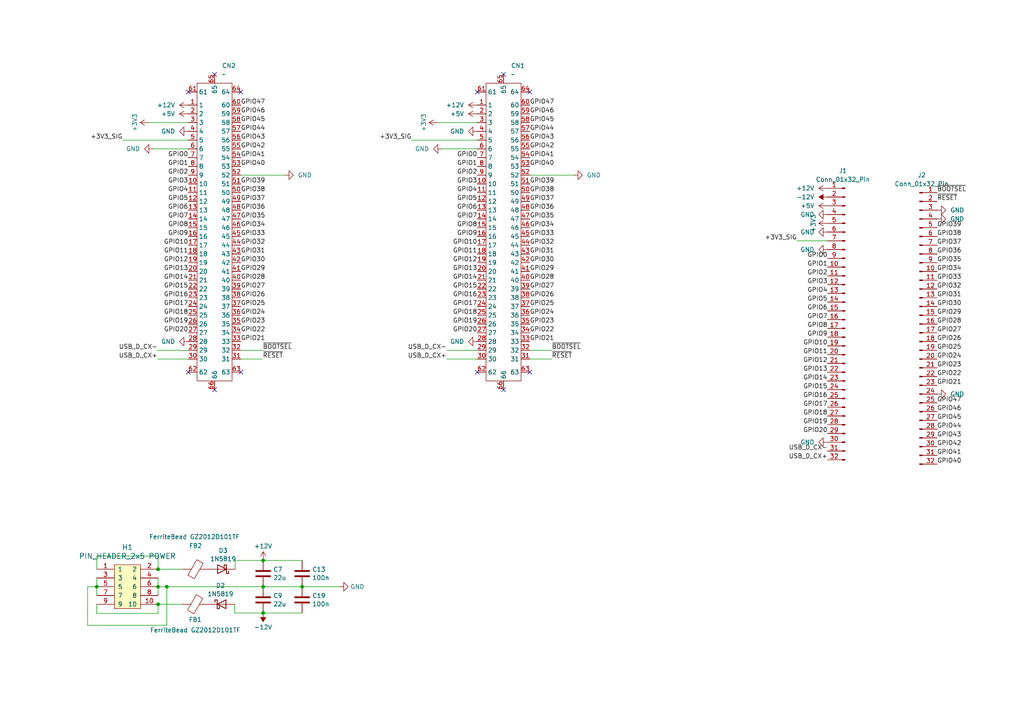
<source format=kicad_sch>
(kicad_sch (version 20250114) (generator "eeschema") (generator_version "9.0")
  (paper "A4")
  (lib_symbols
    (symbol "+5V_1" (power) (pin_numbers (hide yes)) (pin_names (offset 0) (hide yes))
      (property "Value" "+5V" (at 0 3.556 0))
      (symbol "+5V_1_0_1"
        (polyline (pts (xy -0.762 1.27) (xy 0 2.54)))
        (polyline (pts (xy 0 2.54) (xy 0.762 1.27)))
        (polyline (pts (xy 0 0) (xy 0 2.54)))
      )
      (symbol "+5V_1_1_1"
        (pin power_in line (at 0 0 90) (length 0) (name "~") (number "1"))
      )
    )
    (symbol "Connector:Conn_01x32_Pin" (pin_names (offset 1.016) (hide yes))
      (property "Reference" "J" (at 0 40.64 0))
      (property "Value" "Conn_01x32_Pin" (at 0 -43.18 0))
      (symbol "Conn_01x32_Pin_1_1"
        (rectangle (start 0.8636 38.227) (end 0 37.973) (stroke (width 0.1524)) (fill (type outline)))
        (rectangle (start 0.8636 35.687) (end 0 35.433) (stroke (width 0.1524)) (fill (type outline)))
        (rectangle (start 0.8636 33.147) (end 0 32.893) (stroke (width 0.1524)) (fill (type outline)))
        (rectangle (start 0.8636 30.607) (end 0 30.353) (stroke (width 0.1524)) (fill (type outline)))
        (rectangle (start 0.8636 28.067) (end 0 27.813) (stroke (width 0.1524)) (fill (type outline)))
        (rectangle (start 0.8636 25.527) (end 0 25.273) (stroke (width 0.1524)) (fill (type outline)))
        (rectangle (start 0.8636 22.987) (end 0 22.733) (stroke (width 0.1524)) (fill (type outline)))
        (rectangle (start 0.8636 20.447) (end 0 20.193) (stroke (width 0.1524)) (fill (type outline)))
        (rectangle (start 0.8636 17.907) (end 0 17.653) (stroke (width 0.1524)) (fill (type outline)))
        (rectangle (start 0.8636 15.367) (end 0 15.113) (stroke (width 0.1524)) (fill (type outline)))
        (rectangle (start 0.8636 12.827) (end 0 12.573) (stroke (width 0.1524)) (fill (type outline)))
        (rectangle (start 0.8636 10.287) (end 0 10.033) (stroke (width 0.1524)) (fill (type outline)))
        (rectangle (start 0.8636 7.747) (end 0 7.493) (stroke (width 0.1524)) (fill (type outline)))
        (rectangle (start 0.8636 5.207) (end 0 4.953) (stroke (width 0.1524)) (fill (type outline)))
        (rectangle (start 0.8636 2.667) (end 0 2.413) (stroke (width 0.1524)) (fill (type outline)))
        (rectangle (start 0.8636 0.127) (end 0 -0.127) (stroke (width 0.1524)) (fill (type outline)))
        (rectangle (start 0.8636 -2.413) (end 0 -2.667) (stroke (width 0.1524)) (fill (type outline)))
        (rectangle (start 0.8636 -4.953) (end 0 -5.207) (stroke (width 0.1524)) (fill (type outline)))
        (rectangle (start 0.8636 -7.493) (end 0 -7.747) (stroke (width 0.1524)) (fill (type outline)))
        (rectangle (start 0.8636 -10.033) (end 0 -10.287) (stroke (width 0.1524)) (fill (type outline)))
        (rectangle (start 0.8636 -12.573) (end 0 -12.827) (stroke (width 0.1524)) (fill (type outline)))
        (rectangle (start 0.8636 -15.113) (end 0 -15.367) (stroke (width 0.1524)) (fill (type outline)))
        (rectangle (start 0.8636 -17.653) (end 0 -17.907) (stroke (width 0.1524)) (fill (type outline)))
        (rectangle (start 0.8636 -20.193) (end 0 -20.447) (stroke (width 0.1524)) (fill (type outline)))
        (rectangle (start 0.8636 -22.733) (end 0 -22.987) (stroke (width 0.1524)) (fill (type outline)))
        (rectangle (start 0.8636 -25.273) (end 0 -25.527) (stroke (width 0.1524)) (fill (type outline)))
        (rectangle (start 0.8636 -27.813) (end 0 -28.067) (stroke (width 0.1524)) (fill (type outline)))
        (rectangle (start 0.8636 -30.353) (end 0 -30.607) (stroke (width 0.1524)) (fill (type outline)))
        (rectangle (start 0.8636 -32.893) (end 0 -33.147) (stroke (width 0.1524)) (fill (type outline)))
        (rectangle (start 0.8636 -35.433) (end 0 -35.687) (stroke (width 0.1524)) (fill (type outline)))
        (rectangle (start 0.8636 -37.973) (end 0 -38.227) (stroke (width 0.1524)) (fill (type outline)))
        (rectangle (start 0.8636 -40.513) (end 0 -40.767) (stroke (width 0.1524)) (fill (type outline)))
        (polyline (pts (xy 1.27 38.1) (xy 0.8636 38.1)) (stroke (width 0.1524)))
        (polyline (pts (xy 1.27 35.56) (xy 0.8636 35.56)) (stroke (width 0.1524)))
        (polyline (pts (xy 1.27 33.02) (xy 0.8636 33.02)) (stroke (width 0.1524)))
        (polyline (pts (xy 1.27 30.48) (xy 0.8636 30.48)) (stroke (width 0.1524)))
        (polyline (pts (xy 1.27 27.94) (xy 0.8636 27.94)) (stroke (width 0.1524)))
        (polyline (pts (xy 1.27 25.4) (xy 0.8636 25.4)) (stroke (width 0.1524)))
        (polyline (pts (xy 1.27 22.86) (xy 0.8636 22.86)) (stroke (width 0.1524)))
        (polyline (pts (xy 1.27 20.32) (xy 0.8636 20.32)) (stroke (width 0.1524)))
        (polyline (pts (xy 1.27 17.78) (xy 0.8636 17.78)) (stroke (width 0.1524)))
        (polyline (pts (xy 1.27 15.24) (xy 0.8636 15.24)) (stroke (width 0.1524)))
        (polyline (pts (xy 1.27 12.7) (xy 0.8636 12.7)) (stroke (width 0.1524)))
        (polyline (pts (xy 1.27 10.16) (xy 0.8636 10.16)) (stroke (width 0.1524)))
        (polyline (pts (xy 1.27 7.62) (xy 0.8636 7.62)) (stroke (width 0.1524)))
        (polyline (pts (xy 1.27 5.08) (xy 0.8636 5.08)) (stroke (width 0.1524)))
        (polyline (pts (xy 1.27 2.54) (xy 0.8636 2.54)) (stroke (width 0.1524)))
        (polyline (pts (xy 1.27 0) (xy 0.8636 0)) (stroke (width 0.1524)))
        (polyline (pts (xy 1.27 -2.54) (xy 0.8636 -2.54)) (stroke (width 0.1524)))
        (polyline (pts (xy 1.27 -5.08) (xy 0.8636 -5.08)) (stroke (width 0.1524)))
        (polyline (pts (xy 1.27 -7.62) (xy 0.8636 -7.62)) (stroke (width 0.1524)))
        (polyline (pts (xy 1.27 -10.16) (xy 0.8636 -10.16)) (stroke (width 0.1524)))
        (polyline (pts (xy 1.27 -12.7) (xy 0.8636 -12.7)) (stroke (width 0.1524)))
        (polyline (pts (xy 1.27 -15.24) (xy 0.8636 -15.24)) (stroke (width 0.1524)))
        (polyline (pts (xy 1.27 -17.78) (xy 0.8636 -17.78)) (stroke (width 0.1524)))
        (polyline (pts (xy 1.27 -20.32) (xy 0.8636 -20.32)) (stroke (width 0.1524)))
        (polyline (pts (xy 1.27 -22.86) (xy 0.8636 -22.86)) (stroke (width 0.1524)))
        (polyline (pts (xy 1.27 -25.4) (xy 0.8636 -25.4)) (stroke (width 0.1524)))
        (polyline (pts (xy 1.27 -27.94) (xy 0.8636 -27.94)) (stroke (width 0.1524)))
        (polyline (pts (xy 1.27 -30.48) (xy 0.8636 -30.48)) (stroke (width 0.1524)))
        (polyline (pts (xy 1.27 -33.02) (xy 0.8636 -33.02)) (stroke (width 0.1524)))
        (polyline (pts (xy 1.27 -35.56) (xy 0.8636 -35.56)) (stroke (width 0.1524)))
        (polyline (pts (xy 1.27 -38.1) (xy 0.8636 -38.1)) (stroke (width 0.1524)))
        (polyline (pts (xy 1.27 -40.64) (xy 0.8636 -40.64)) (stroke (width 0.1524)))
        (pin passive line (at 5.08 38.1 180) (length 3.81) (name "Pin_1") (number "1"))
        (pin passive line (at 5.08 35.56 180) (length 3.81) (name "Pin_2") (number "2"))
        (pin passive line (at 5.08 33.02 180) (length 3.81) (name "Pin_3") (number "3"))
        (pin passive line (at 5.08 30.48 180) (length 3.81) (name "Pin_4") (number "4"))
        (pin passive line (at 5.08 27.94 180) (length 3.81) (name "Pin_5") (number "5"))
        (pin passive line (at 5.08 25.4 180) (length 3.81) (name "Pin_6") (number "6"))
        (pin passive line (at 5.08 22.86 180) (length 3.81) (name "Pin_7") (number "7"))
        (pin passive line (at 5.08 20.32 180) (length 3.81) (name "Pin_8") (number "8"))
        (pin passive line (at 5.08 17.78 180) (length 3.81) (name "Pin_9") (number "9"))
        (pin passive line (at 5.08 15.24 180) (length 3.81) (name "Pin_10") (number "10"))
        (pin passive line (at 5.08 12.7 180) (length 3.81) (name "Pin_11") (number "11"))
        (pin passive line (at 5.08 10.16 180) (length 3.81) (name "Pin_12") (number "12"))
        (pin passive line (at 5.08 7.62 180) (length 3.81) (name "Pin_13") (number "13"))
        (pin passive line (at 5.08 5.08 180) (length 3.81) (name "Pin_14") (number "14"))
        (pin passive line (at 5.08 2.54 180) (length 3.81) (name "Pin_15") (number "15"))
        (pin passive line (at 5.08 0 180) (length 3.81) (name "Pin_16") (number "16"))
        (pin passive line (at 5.08 -2.54 180) (length 3.81) (name "Pin_17") (number "17"))
        (pin passive line (at 5.08 -5.08 180) (length 3.81) (name "Pin_18") (number "18"))
        (pin passive line (at 5.08 -7.62 180) (length 3.81) (name "Pin_19") (number "19"))
        (pin passive line (at 5.08 -10.16 180) (length 3.81) (name "Pin_20") (number "20"))
        (pin passive line (at 5.08 -12.7 180) (length 3.81) (name "Pin_21") (number "21"))
        (pin passive line (at 5.08 -15.24 180) (length 3.81) (name "Pin_22") (number "22"))
        (pin passive line (at 5.08 -17.78 180) (length 3.81) (name "Pin_23") (number "23"))
        (pin passive line (at 5.08 -20.32 180) (length 3.81) (name "Pin_24") (number "24"))
        (pin passive line (at 5.08 -22.86 180) (length 3.81) (name "Pin_25") (number "25"))
        (pin passive line (at 5.08 -25.4 180) (length 3.81) (name "Pin_26") (number "26"))
        (pin passive line (at 5.08 -27.94 180) (length 3.81) (name "Pin_27") (number "27"))
        (pin passive line (at 5.08 -30.48 180) (length 3.81) (name "Pin_28") (number "28"))
        (pin passive line (at 5.08 -33.02 180) (length 3.81) (name "Pin_29") (number "29"))
        (pin passive line (at 5.08 -35.56 180) (length 3.81) (name "Pin_30") (number "30"))
        (pin passive line (at 5.08 -38.1 180) (length 3.81) (name "Pin_31") (number "31"))
        (pin passive line (at 5.08 -40.64 180) (length 3.81) (name "Pin_32") (number "32"))
      )
    )
    (symbol "Device:C" (pin_numbers (hide yes)) (pin_names (offset 0.254))
      (property "Reference" "C" (at 0.635 2.54 0))
      (property "Value" "C" (at 0.635 -2.54 0))
      (symbol "C_0_1"
        (polyline (pts (xy -2.032 0.762) (xy 2.032 0.762)) (stroke (width 0.508)))
        (polyline (pts (xy -2.032 -0.762) (xy 2.032 -0.762)) (stroke (width 0.508)))
      )
      (symbol "C_1_1"
        (pin passive line (at 0 3.81 270) (length 2.794) (name "~") (number "1"))
        (pin passive line (at 0 -3.81 90) (length 2.794) (name "~") (number "2"))
      )
    )
    (symbol "Device:FerriteBead" (pin_numbers (hide yes)) (pin_names (offset 0))
      (property "Reference" "FB" (at -3.81 0.635 90))
      (property "Value" "FerriteBead" (at 3.81 0 90))
      (symbol "FerriteBead_0_1"
        (polyline (pts (xy -2.7686 0.4064) (xy -1.7018 2.2606) (xy 2.7686 -0.3048) (xy 1.6764 -2.159) (xy -2.7686 0.4064)))
        (polyline (pts (xy 0 1.27) (xy 0 1.2954)))
        (polyline (pts (xy 0 -1.27) (xy 0 -1.2192)))
      )
      (symbol "FerriteBead_1_1"
        (pin passive line (at 0 3.81 270) (length 2.54) (name "~") (number "1"))
        (pin passive line (at 0 -3.81 90) (length 2.54) (name "~") (number "2"))
      )
    )
    (symbol "Diode:1N5818" (pin_numbers (hide yes)) (pin_names (offset 1.016) (hide yes))
      (property "Reference" "D" (at 0 2.54 0))
      (property "Value" "1N5818" (at 0 -2.54 0))
      (symbol "1N5818_0_1"
        (polyline (pts (xy -1.905 0.635) (xy -1.905 1.27) (xy -1.27 1.27) (xy -1.27 -1.27) (xy -0.635 -1.27) (xy -0.635 -0.635)) (stroke (width 0.254)))
        (polyline (pts (xy 1.27 1.27) (xy 1.27 -1.27) (xy -1.27 0) (xy 1.27 1.27)) (stroke (width 0.254)))
        (polyline (pts (xy 1.27 0) (xy -1.27 0)))
      )
      (symbol "1N5818_1_1"
        (pin passive line (at -3.81 0 0) (length 2.54) (name "K") (number "1"))
        (pin passive line (at 3.81 0 180) (length 2.54) (name "A") (number "2"))
      )
    )
    (symbol "GND_1" (power) (pin_numbers (hide yes)) (pin_names (offset 0) (hide yes))
      (property "Value" "GND" (at 0 -3.81 0))
      (symbol "GND_1_0_1"
        (polyline (pts (xy 0 0) (xy 0 -1.27) (xy 1.27 -1.27) (xy 0 -2.54) (xy -1.27 -1.27) (xy 0 -1.27)))
      )
      (symbol "GND_1_1_1"
        (pin power_in line (at 0 0 270) (length 0) (name "~") (number "1"))
      )
    )
    (symbol "GND_10" (power) (pin_numbers (hide yes)) (pin_names (offset 0) (hide yes))
      (property "Value" "GND" (at 0 -3.81 0))
      (symbol "GND_10_0_1"
        (polyline (pts (xy 0 0) (xy 0 -1.27) (xy 1.27 -1.27) (xy 0 -2.54) (xy -1.27 -1.27) (xy 0 -1.27)))
      )
      (symbol "GND_10_1_1"
        (pin power_in line (at 0 0 270) (length 0) (name "~") (number "1"))
      )
    )
    (symbol "GND_2" (power) (pin_numbers (hide yes)) (pin_names (offset 0) (hide yes))
      (property "Value" "GND" (at 0 -3.81 0))
      (symbol "GND_2_0_1"
        (polyline (pts (xy 0 0) (xy 0 -1.27) (xy 1.27 -1.27) (xy 0 -2.54) (xy -1.27 -1.27) (xy 0 -1.27)))
      )
      (symbol "GND_2_1_1"
        (pin power_in line (at 0 0 270) (length 0) (name "~") (number "1"))
      )
    )
    (symbol "GND_5" (power) (pin_numbers (hide yes)) (pin_names (offset 0) (hide yes))
      (property "Value" "GND" (at 0 -3.81 0))
      (symbol "GND_5_0_1"
        (polyline (pts (xy 0 0) (xy 0 -1.27) (xy 1.27 -1.27) (xy 0 -2.54) (xy -1.27 -1.27) (xy 0 -1.27)))
      )
      (symbol "GND_5_1_1"
        (pin power_in line (at 0 0 270) (length 0) (name "~") (number "1"))
      )
    )
    (symbol "emutelab:HC-PBB23L-60DS-0.5V-G2-01"
      (property "Reference" "CN" (at 0 0 0))
      (symbol "HC-PBB23L-60DS-0.5V-G2-01_1_0"
        (rectangle (start -5.08 43.18) (end 5.08 -43.18))
        (pin unspecified line (at -7.62 40.64 0) (length 2.54) (name "61") (number "61"))
        (pin unspecified line (at -7.62 36.83 0) (length 2.54) (name "1") (number "1"))
        (pin unspecified line (at -7.62 34.29 0) (length 2.54) (name "2") (number "2"))
        (pin unspecified line (at -7.62 31.75 0) (length 2.54) (name "3") (number "3"))
        (pin unspecified line (at -7.62 29.21 0) (length 2.54) (name "4") (number "4"))
        (pin unspecified line (at -7.62 26.67 0) (length 2.54) (name "5") (number "5"))
        (pin unspecified line (at -7.62 24.13 0) (length 2.54) (name "6") (number "6"))
        (pin unspecified line (at -7.62 21.59 0) (length 2.54) (name "7") (number "7"))
        (pin unspecified line (at -7.62 19.05 0) (length 2.54) (name "8") (number "8"))
        (pin unspecified line (at -7.62 16.51 0) (length 2.54) (name "9") (number "9"))
        (pin unspecified line (at -7.62 13.97 0) (length 2.54) (name "10") (number "10"))
        (pin unspecified line (at -7.62 11.43 0) (length 2.54) (name "11") (number "11"))
        (pin unspecified line (at -7.62 8.89 0) (length 2.54) (name "12") (number "12"))
        (pin unspecified line (at -7.62 6.35 0) (length 2.54) (name "13") (number "13"))
        (pin unspecified line (at -7.62 3.81 0) (length 2.54) (name "14") (number "14"))
        (pin unspecified line (at -7.62 1.27 0) (length 2.54) (name "15") (number "15"))
        (pin unspecified line (at -7.62 -1.27 0) (length 2.54) (name "16") (number "16"))
        (pin unspecified line (at -7.62 -3.81 0) (length 2.54) (name "17") (number "17"))
        (pin unspecified line (at -7.62 -6.35 0) (length 2.54) (name "18") (number "18"))
        (pin unspecified line (at -7.62 -8.89 0) (length 2.54) (name "19") (number "19"))
        (pin unspecified line (at -7.62 -11.43 0) (length 2.54) (name "20") (number "20"))
        (pin unspecified line (at -7.62 -13.97 0) (length 2.54) (name "21") (number "21"))
        (pin unspecified line (at -7.62 -16.51 0) (length 2.54) (name "22") (number "22"))
        (pin unspecified line (at -7.62 -19.05 0) (length 2.54) (name "23") (number "23"))
        (pin unspecified line (at -7.62 -21.59 0) (length 2.54) (name "24") (number "24"))
        (pin unspecified line (at -7.62 -24.13 0) (length 2.54) (name "25") (number "25"))
        (pin unspecified line (at -7.62 -26.67 0) (length 2.54) (name "26") (number "26"))
        (pin unspecified line (at -7.62 -29.21 0) (length 2.54) (name "27") (number "27"))
        (pin unspecified line (at -7.62 -31.75 0) (length 2.54) (name "28") (number "28"))
        (pin unspecified line (at -7.62 -34.29 0) (length 2.54) (name "29") (number "29"))
        (pin unspecified line (at -7.62 -36.83 0) (length 2.54) (name "30") (number "30"))
        (pin unspecified line (at -7.62 -40.64 0) (length 2.54) (name "62") (number "62"))
        (pin unspecified line (at 0 45.72 270) (length 2.54) (name "65") (number "65"))
        (pin unspecified line (at 0 -45.72 90) (length 2.54) (name "66") (number "66"))
        (pin unspecified line (at 7.62 40.64 180) (length 2.54) (name "64") (number "64"))
        (pin unspecified line (at 7.62 36.83 180) (length 2.54) (name "60") (number "60"))
        (pin unspecified line (at 7.62 34.29 180) (length 2.54) (name "59") (number "59"))
        (pin unspecified line (at 7.62 31.75 180) (length 2.54) (name "58") (number "58"))
        (pin unspecified line (at 7.62 29.21 180) (length 2.54) (name "57") (number "57"))
        (pin unspecified line (at 7.62 26.67 180) (length 2.54) (name "56") (number "56"))
        (pin unspecified line (at 7.62 24.13 180) (length 2.54) (name "55") (number "55"))
        (pin unspecified line (at 7.62 21.59 180) (length 2.54) (name "54") (number "54"))
        (pin unspecified line (at 7.62 19.05 180) (length 2.54) (name "53") (number "53"))
        (pin unspecified line (at 7.62 16.51 180) (length 2.54) (name "52") (number "52"))
        (pin unspecified line (at 7.62 13.97 180) (length 2.54) (name "51") (number "51"))
        (pin unspecified line (at 7.62 11.43 180) (length 2.54) (name "50") (number "50"))
        (pin unspecified line (at 7.62 8.89 180) (length 2.54) (name "49") (number "49"))
        (pin unspecified line (at 7.62 6.35 180) (length 2.54) (name "48") (number "48"))
        (pin unspecified line (at 7.62 3.81 180) (length 2.54) (name "47") (number "47"))
        (pin unspecified line (at 7.62 1.27 180) (length 2.54) (name "46") (number "46"))
        (pin unspecified line (at 7.62 -1.27 180) (length 2.54) (name "45") (number "45"))
        (pin unspecified line (at 7.62 -3.81 180) (length 2.54) (name "44") (number "44"))
        (pin unspecified line (at 7.62 -6.35 180) (length 2.54) (name "43") (number "43"))
        (pin unspecified line (at 7.62 -8.89 180) (length 2.54) (name "42") (number "42"))
        (pin unspecified line (at 7.62 -11.43 180) (length 2.54) (name "41") (number "41"))
        (pin unspecified line (at 7.62 -13.97 180) (length 2.54) (name "40") (number "40"))
        (pin unspecified line (at 7.62 -16.51 180) (length 2.54) (name "39") (number "39"))
        (pin unspecified line (at 7.62 -19.05 180) (length 2.54) (name "38") (number "38"))
        (pin unspecified line (at 7.62 -21.59 180) (length 2.54) (name "37") (number "37"))
        (pin unspecified line (at 7.62 -24.13 180) (length 2.54) (name "36") (number "36"))
        (pin unspecified line (at 7.62 -26.67 180) (length 2.54) (name "35") (number "35"))
        (pin unspecified line (at 7.62 -29.21 180) (length 2.54) (name "34") (number "34"))
        (pin unspecified line (at 7.62 -31.75 180) (length 2.54) (name "33") (number "33"))
        (pin unspecified line (at 7.62 -34.29 180) (length 2.54) (name "32") (number "32"))
        (pin unspecified line (at 7.62 -36.83 180) (length 2.54) (name "31") (number "31"))
        (pin unspecified line (at 7.62 -40.64 180) (length 2.54) (name "63") (number "63"))
      )
    )
    (symbol "eurocad:PIN_HEADER_2x5" (pin_names (offset 1.016))
      (property "Reference" "H" (at 0 -7.62 0))
      (property "Value" "PIN_HEADER_2x5" (at 0 7.62 0))
      (symbol "PIN_HEADER_2x5_0_1"
        (rectangle (start -3.81 6.35) (end 3.81 -6.35) (fill (type background)))
      )
      (symbol "PIN_HEADER_2x5_1_1"
        (pin bidirectional line (at -8.89 5.08 0) (length 5.08) (name "1") (number "1"))
        (pin bidirectional line (at -8.89 2.54 0) (length 5.08) (name "3") (number "3"))
        (pin bidirectional line (at -8.89 0 0) (length 5.08) (name "5") (number "5"))
        (pin bidirectional line (at -8.89 -2.54 0) (length 5.08) (name "7") (number "7"))
        (pin bidirectional line (at -8.89 -5.08 0) (length 5.08) (name "9") (number "9"))
        (pin bidirectional line (at 8.89 5.08 180) (length 5.08) (name "2") (number "2"))
        (pin bidirectional line (at 8.89 2.54 180) (length 5.08) (name "4") (number "4"))
        (pin bidirectional line (at 8.89 0 180) (length 5.08) (name "6") (number "6"))
        (pin bidirectional line (at 8.89 -2.54 180) (length 5.08) (name "8") (number "8"))
        (pin bidirectional line (at 8.89 -5.08 180) (length 5.08) (name "10") (number "10"))
      )
    )
    (symbol "power:+12V" (power) (pin_numbers (hide yes)) (pin_names (offset 0) (hide yes))
      (property "Value" "+12V" (at 0 3.556 0))
      (symbol "+12V_0_1"
        (polyline (pts (xy -0.762 1.27) (xy 0 2.54)))
        (polyline (pts (xy 0 2.54) (xy 0.762 1.27)))
        (polyline (pts (xy 0 0) (xy 0 2.54)))
      )
      (symbol "+12V_1_1"
        (pin power_in line (at 0 0 90) (length 0) (name "~") (number "1"))
      )
    )
    (symbol "power:+3V3" (power) (pin_names (offset 0))
      (property "Value" "+3V3" (at 0 3.556 0))
      (symbol "+3V3_0_1"
        (polyline (pts (xy -0.762 1.27) (xy 0 2.54)))
        (polyline (pts (xy 0 2.54) (xy 0.762 1.27)))
        (polyline (pts (xy 0 0) (xy 0 2.54)))
      )
      (symbol "+3V3_1_1"
        (pin power_in line (at 0 0 90) (length 0) (hide yes) (name "+3V3") (number "1"))
      )
    )
    (symbol "power:-12V" (power) (pin_numbers (hide yes)) (pin_names (offset 0) (hide yes))
      (property "Value" "-12V" (at 0 3.556 0))
      (symbol "-12V_0_0"
        (pin power_in line (at 0 0 90) (length 0) (name "~") (number "1"))
      )
      (symbol "-12V_0_1"
        (polyline (pts (xy 0 0) (xy 0 1.27) (xy 0.762 1.27) (xy 0 2.54) (xy -0.762 1.27) (xy 0 1.27)) (fill (type outline)))
      )
    )
    (symbol "power:GND" (power) (pin_names (offset 0))
      (property "Value" "GND" (at 0 -3.81 0))
      (symbol "GND_0_1"
        (polyline (pts (xy 0 0) (xy 0 -1.27) (xy 1.27 -1.27) (xy 0 -2.54) (xy -1.27 -1.27) (xy 0 -1.27)))
      )
      (symbol "GND_1_1"
        (pin power_in line (at 0 0 270) (length 0) (hide yes) (name "GND") (number "1"))
      )
    )
  )
  (junction (at 87.63 170.18))
  (junction (at 45.847 170.18))
  (junction (at 45.847 175.26))
  (junction (at 76.327 177.8))
  (junction (at 48.387 170.18))
  (junction (at 45.847 165.1))
  (junction (at 76.327 162.56))
  (junction (at 76.327 170.18))
  (junction (at 28.067 170.18))
  (no_connect (at 62.23 113.03))
  (no_connect (at 146.05 113.03))
  (no_connect (at 69.85 107.95))
  (no_connect (at 138.43 26.67))
  (no_connect (at 54.61 107.95))
  (no_connect (at 153.67 26.67))
  (no_connect (at 62.23 21.59))
  (no_connect (at 146.05 21.59))
  (no_connect (at 69.85 26.67))
  (no_connect (at 54.61 26.67))
  (no_connect (at 153.67 107.95))
  (no_connect (at 138.43 107.95))
  (wire (pts (xy 45.847 165.1) (xy 52.959 165.1)))
  (wire (pts (xy 76.2 104.14) (xy 69.85 104.14)))
  (wire (pts (xy 231.14 69.85) (xy 240.03 69.85)))
  (wire (pts (xy 25.4 181.356) (xy 48.387 181.356)))
  (wire (pts (xy 45.72 104.14) (xy 54.61 104.14)))
  (wire (pts (xy 76.327 162.56) (xy 87.63 162.56)))
  (wire (pts (xy 45.847 170.18) (xy 48.387 170.18)))
  (wire (pts (xy 119.38 40.64) (xy 138.43 40.64)))
  (wire (pts (xy 48.387 170.18) (xy 76.327 170.18)))
  (wire (pts (xy 35.56 40.64) (xy 54.61 40.64)))
  (wire (pts (xy 44.45 43.18) (xy 54.61 43.18)))
  (wire (pts (xy 76.327 177.8) (xy 87.63 177.8)))
  (wire (pts (xy 82.55 50.8) (xy 69.85 50.8)))
  (wire (pts (xy 45.847 167.64) (xy 45.847 170.18)))
  (wire (pts (xy 68.072 177.8) (xy 76.327 177.8)))
  (wire (pts (xy 25.4 170.18) (xy 25.4 181.356)))
  (wire (pts (xy 166.37 50.8) (xy 153.67 50.8)))
  (wire (pts (xy 127 35.56) (xy 138.43 35.56)))
  (wire (pts (xy 87.63 170.18) (xy 98.425 170.18)))
  (wire (pts (xy 129.54 104.14) (xy 138.43 104.14)))
  (wire (pts (xy 76.327 170.18) (xy 87.63 170.18)))
  (wire (pts (xy 28.067 165.1) (xy 28.067 161.29)))
  (wire (pts (xy 160.02 104.14) (xy 153.67 104.14)))
  (wire (pts (xy 28.067 170.18) (xy 25.4 170.18)))
  (wire (pts (xy 76.2 101.6) (xy 69.85 101.6)))
  (wire (pts (xy 68.199 162.56) (xy 76.327 162.56)))
  (wire (pts (xy 160.02 101.6) (xy 153.67 101.6)))
  (wire (pts (xy 129.54 101.6) (xy 138.43 101.6)))
  (wire (pts (xy 68.199 165.1) (xy 68.199 162.56)))
  (wire (pts (xy 28.067 175.26) (xy 28.067 177.927)))
  (wire (pts (xy 68.072 175.26) (xy 68.072 177.8)))
  (wire (pts (xy 45.847 177.927) (xy 45.847 175.26)))
  (wire (pts (xy 48.387 181.356) (xy 48.387 170.18)))
  (wire (pts (xy 45.72 101.6) (xy 54.61 101.6)))
  (wire (pts (xy 28.067 167.64) (xy 28.067 170.18)))
  (wire (pts (xy 45.847 175.26) (xy 52.832 175.26)))
  (wire (pts (xy 43.18 35.56) (xy 54.61 35.56)))
  (wire (pts (xy 28.067 161.29) (xy 45.847 161.29)))
  (wire (pts (xy 28.067 177.927) (xy 45.847 177.927)))
  (wire (pts (xy 45.847 161.29) (xy 45.847 165.1)))
  (wire (pts (xy 128.27 43.18) (xy 138.43 43.18)))
  (wire (pts (xy 28.067 170.18) (xy 28.067 172.72)))
  (wire (pts (xy 45.847 170.18) (xy 45.847 172.72)))
  (label "GPIO30" (at 271.78 88.9 0))
  (label "+3V3_SIG" (at 119.38 40.64 180))
  (label "~{BOOTSEL}" (at 271.78 55.88 0))
  (label "GPIO18" (at 240.03 120.65 180))
  (label "GPIO39" (at 69.85 53.34 0))
  (label "GPIO34" (at 271.78 78.74 0))
  (label "GPIO27" (at 271.78 96.52 0))
  (label "GPIO34" (at 69.85 66.04 0))
  (label "GPIO45" (at 153.67 35.56 0))
  (label "GPIO43" (at 153.67 40.64 0))
  (label "GPIO13" (at 138.43 78.74 180))
  (label "GPIO26" (at 153.67 86.36 0))
  (label "GPIO21" (at 271.78 111.76 0))
  (label "GPIO19" (at 240.03 123.19 180))
  (label "GPIO22" (at 153.67 96.52 0))
  (label "~{RESET}" (at 160.02 104.14 0))
  (label "~{BOOTSEL}" (at 76.2 101.6 0))
  (label "GPIO17" (at 54.61 88.9 180))
  (label "GPIO26" (at 69.85 86.36 0))
  (label "GPIO22" (at 69.85 96.52 0))
  (label "GPIO47" (at 271.78 116.84 0))
  (label "GPIO27" (at 69.85 83.82 0))
  (label "GPIO10" (at 240.03 100.33 180))
  (label "GPIO2" (at 240.03 80.01 180))
  (label "GPIO1" (at 240.03 77.47 180))
  (label "GPIO46" (at 153.67 33.02 0))
  (label "GPIO37" (at 271.78 71.12 0))
  (label "GPIO8" (at 138.43 66.04 180))
  (label "GPIO24" (at 271.78 104.14 0))
  (label "GPIO37" (at 153.67 58.42 0))
  (label "GPIO11" (at 54.61 73.66 180))
  (label "GPIO37" (at 69.85 58.42 0))
  (label "GPIO20" (at 54.61 96.52 180))
  (label "GPIO17" (at 138.43 88.9 180))
  (label "GPIO43" (at 69.85 40.64 0))
  (label "GPIO10" (at 138.43 71.12 180))
  (label "GPIO2" (at 138.43 50.8 180))
  (label "GPIO23" (at 69.85 93.98 0))
  (label "USB_D_CX+" (at 45.72 104.14 180))
  (label "~{RESET}" (at 76.2 104.14 0))
  (label "USB_D_CX-" (at 45.72 101.6 180))
  (label "GPIO16" (at 240.03 115.57 180))
  (label "GPIO25" (at 153.67 88.9 0))
  (label "GPIO29" (at 153.67 78.74 0))
  (label "+3V3_SIG" (at 231.14 69.85 180))
  (label "GPIO29" (at 69.85 78.74 0))
  (label "GPIO1" (at 138.43 48.26 180))
  (label "GPIO4" (at 54.61 55.88 180))
  (label "GPIO33" (at 69.85 68.58 0))
  (label "GPIO17" (at 240.03 118.11 180))
  (label "GPIO3" (at 138.43 53.34 180))
  (label "GPIO40" (at 69.85 48.26 0))
  (label "GPIO23" (at 153.67 93.98 0))
  (label "GPIO0" (at 240.03 74.93 180))
  (label "GPIO21" (at 153.67 99.06 0))
  (label "GPIO46" (at 69.85 33.02 0))
  (label "GPIO43" (at 271.78 127 0))
  (label "GPIO7" (at 240.03 92.71 180))
  (label "GPIO42" (at 271.78 129.54 0))
  (label "USB_D_CX-" (at 129.54 101.6 180))
  (label "GPIO28" (at 69.85 81.28 0))
  (label "GPIO47" (at 69.85 30.48 0))
  (label "GPIO9" (at 138.43 68.58 180))
  (label "GPIO36" (at 271.78 73.66 0))
  (label "GPIO14" (at 54.61 81.28 180))
  (label "GPIO21" (at 69.85 99.06 0))
  (label "GPIO11" (at 138.43 73.66 180))
  (label "GPIO3" (at 54.61 53.34 180))
  (label "GPIO44" (at 153.67 38.1 0))
  (label "GPIO12" (at 240.03 105.41 180))
  (label "GPIO40" (at 153.67 48.26 0))
  (label "GPIO16" (at 138.43 86.36 180))
  (label "GPIO13" (at 54.61 78.74 180))
  (label "GPIO5" (at 240.03 87.63 180))
  (label "GPIO23" (at 271.78 106.68 0))
  (label "GPIO41" (at 69.85 45.72 0))
  (label "GPIO40" (at 271.78 134.62 0))
  (label "GPIO46" (at 271.78 119.38 0))
  (label "GPIO15" (at 138.43 83.82 180))
  (label "USB_D_CX+" (at 129.54 104.14 180))
  (label "GPIO3" (at 240.03 82.55 180))
  (label "GPIO31" (at 153.67 73.66 0))
  (label "GPIO44" (at 69.85 38.1 0))
  (label "GPIO6" (at 138.43 60.96 180))
  (label "GPIO4" (at 138.43 55.88 180))
  (label "GPIO22" (at 271.78 109.22 0))
  (label "GPIO14" (at 240.03 110.49 180))
  (label "GPIO28" (at 271.78 93.98 0))
  (label "GPIO0" (at 138.43 45.72 180))
  (label "GPIO30" (at 69.85 76.2 0))
  (label "GPIO9" (at 240.03 97.79 180))
  (label "GPIO19" (at 54.61 93.98 180))
  (label "GPIO39" (at 153.67 53.34 0))
  (label "GPIO18" (at 138.43 91.44 180))
  (label "GPIO18" (at 54.61 91.44 180))
  (label "GPIO35" (at 69.85 63.5 0))
  (label "GPIO44" (at 271.78 124.46 0))
  (label "GPIO8" (at 54.61 66.04 180))
  (label "GPIO24" (at 69.85 91.44 0))
  (label "+3V3_SIG" (at 35.56 40.64 180))
  (label "GPIO19" (at 138.43 93.98 180))
  (label "GPIO38" (at 69.85 55.88 0))
  (label "GPIO6" (at 54.61 60.96 180))
  (label "GPIO11" (at 240.03 102.87 180))
  (label "GPIO41" (at 271.78 132.08 0))
  (label "GPIO4" (at 240.03 85.09 180))
  (label "GPIO28" (at 153.67 81.28 0))
  (label "GPIO5" (at 54.61 58.42 180))
  (label "GPIO2" (at 54.61 50.8 180))
  (label "GPIO42" (at 153.67 43.18 0))
  (label "GPIO35" (at 153.67 63.5 0))
  (label "GPIO16" (at 54.61 86.36 180))
  (label "GPIO38" (at 271.78 68.58 0))
  (label "GPIO45" (at 271.78 121.92 0))
  (label "GPIO10" (at 54.61 71.12 180))
  (label "GPIO7" (at 54.61 63.5 180))
  (label "GPIO12" (at 54.61 76.2 180))
  (label "GPIO34" (at 153.67 66.04 0))
  (label "GPIO33" (at 271.78 81.28 0))
  (label "GPIO45" (at 69.85 35.56 0))
  (label "GPIO15" (at 240.03 113.03 180))
  (label "GPIO41" (at 153.67 45.72 0))
  (label "GPIO14" (at 138.43 81.28 180))
  (label "~{BOOTSEL}" (at 160.02 101.6 0))
  (label "GPIO26" (at 271.78 99.06 0))
  (label "GPIO39" (at 271.78 66.04 0))
  (label "GPIO5" (at 138.43 58.42 180))
  (label "GPIO13" (at 240.03 107.95 180))
  (label "GPIO1" (at 54.61 48.26 180))
  (label "GPIO32" (at 271.78 83.82 0))
  (label "GPIO20" (at 138.43 96.52 180))
  (label "GPIO33" (at 153.67 68.58 0))
  (label "GPIO25" (at 271.78 101.6 0))
  (label "GPIO36" (at 69.85 60.96 0))
  (label "GPIO42" (at 69.85 43.18 0))
  (label "GPIO29" (at 271.78 91.44 0))
  (label "GPIO6" (at 240.03 90.17 180))
  (label "GPIO8" (at 240.03 95.25 180))
  (label "GPIO15" (at 54.61 83.82 180))
  (label "GPIO24" (at 153.67 91.44 0))
  (label "GPIO38" (at 153.67 55.88 0))
  (label "GPIO27" (at 153.67 83.82 0))
  (label "GPIO35" (at 271.78 76.2 0))
  (label "GPIO7" (at 138.43 63.5 180))
  (label "GPIO0" (at 54.61 45.72 180))
  (label "GPIO25" (at 69.85 88.9 0))
  (label "USB_D_CX-" (at 240.03 130.81 180))
  (label "GPIO12" (at 138.43 76.2 180))
  (label "GPIO31" (at 271.78 86.36 0))
  (label "GPIO47" (at 153.67 30.48 0))
  (label "GPIO9" (at 54.61 68.58 180))
  (label "GPIO20" (at 240.03 125.73 180))
  (label "GPIO31" (at 69.85 73.66 0))
  (label "USB_D_CX+" (at 240.03 133.35 180))
  (label "GPIO36" (at 153.67 60.96 0))
  (label "~{RESET}" (at 271.78 58.42 0))
  (label "GPIO30" (at 153.67 76.2 0))
  (label "GPIO32" (at 69.85 71.12 0))
  (label "GPIO32" (at 153.67 71.12 0))
  (symbol (lib_id "Device:FerriteBead") (at 56.769 165.1 90) (unit 1)
    (property "Reference" "FB2" (at 56.7182 158.3141 90))
    (property "Value" "FerriteBead GZ2012D101TF" (at 56.388 155.702 90))
    (property "Footprint" "Resistor_SMD:R_0805_2012Metric" (effects (hide yes)))
    (property "JLC" "C1017" (effects (hide yes)))
  )
  (symbol (lib_id "power:-12V") (at 240.03 57.15 90) (unit 1)
    (property "Reference" "#PWR021" (effects (hide yes)))
    (property "Value" "-12V" (at 236.22 57.1499 90) (effects (justify left)))
  )
  (symbol (lib_id "Diode:1N5818") (at 64.262 175.26 0) (unit 1)
    (property "Reference" "D2" (at 63.9445 169.8457 0))
    (property "Value" "1N5819" (at 63.9445 172.2699 0))
    (property "Footprint" "Diode_SMD:D_SOD-323" (effects (hide yes)))
    (property "Datasheet" "http://www.vishay.com/docs/88525/1n5817.pdf" (effects (hide yes)))
    (property "JLC" "C191023" (effects (hide yes)))
  )
  (symbol (lib_id "emutelab:HC-PBB23L-60DS-0.5V-G2-01") (at 146.05 67.31 0) (unit 1)
    (property "Reference" "CN1" (at 148.1933 19.05 0) (effects (justify left)))
    (property "Value" "~" (at 148.1933 21.59 0) (effects (justify left)))
    (property "Footprint" "emutelab:CONN-SMD_60P-P0.50_HCTL_HC-PBB23L-60DS-0.5V-G2-01" (effects (hide yes)))
    (property "Datasheet" "https://item.szlcsc.com/datasheet/HC-PBB23L-60DS-0.5V-G2-01/23960820.html" (effects (hide yes)))
    (property "Description" "Number of Pins:60P Pitch:0.5mm Connection Type:Slot docking Mounting Type:Vertical welding Number of Rows:2 Current Rating:500mA Voltage Rating:- Supplementary Features:Floating structure；Pole System Fit Height:10mm；8mm Contact Material:Phosphor Bronze Co" (effects (hide yes)))
    (property "Manufacturer Part" "HC-PBB23L-60DS-0.5V-G2-01" (effects (hide yes)))
    (property "Manufacturer" "HCTL(华灿天禄)" (effects (hide yes)))
    (property "JLC" "C22390096" (effects (hide yes)))
    (property "Supplier" "LCSC" (effects (hide yes)))
    (property "LCSC Part Name" "PIN:60P 间距:0.5mm 立贴" (effects (hide yes)))
  )
  (symbol (lib_name "GND_10") (lib_id "power:GND") (at 271.78 60.96 90) (unit 1)
    (property "Reference" "#PWR023" (effects (hide yes)))
    (property "Value" "GND" (at 275.59 60.9601 90) (effects (justify right)))
    (property "Description" "Power symbol creates a global label with name \"GND\" , ground" (effects (hide yes)))
  )
  (symbol (lib_name "GND_5") (lib_id "power:GND") (at 54.61 99.06 270) (unit 1)
    (property "Reference" "#PWR06" (effects (hide yes)))
    (property "Value" "GND" (at 50.8 99.0599 90) (effects (justify right)))
    (property "Description" "Power symbol creates a global label with name \"GND\" , ground" (effects (hide yes)))
  )
  (symbol (lib_name "GND_1") (lib_id "power:GND") (at 271.78 114.3 90) (unit 1)
    (property "Reference" "#PWR08" (effects (hide yes)))
    (property "Value" "GND" (at 275.59 114.2999 90) (effects (justify right)))
    (property "Description" "Power symbol creates a global label with name \"GND\" , ground" (effects (hide yes)))
  )
  (symbol (lib_id "emutelab:HC-PBB23L-60DS-0.5V-G2-01") (at 62.23 67.31 0) (unit 1)
    (property "Reference" "CN2" (at 64.3733 19.05 0) (effects (justify left)))
    (property "Value" "~" (at 64.3733 21.59 0) (effects (justify left)))
    (property "Footprint" "emutelab:CONN-SMD_HC-PBB23L-60DP-0.5V8-G2-01" (effects (hide yes)))
    (property "Datasheet" "https://item.szlcsc.com/datasheet/HC-PBB23L-60DS-0.5V-G2-01/23960820.html" (effects (hide yes)))
    (property "Description" "Number of Pins:60P Pitch:0.5mm Connection Type:Slot docking Mounting Type:Vertical welding Number of Rows:2 Current Rating:500mA Voltage Rating:- Supplementary Features:Floating structure；Pole System Fit Height:10mm；8mm Contact Material:Phosphor Bronze Co" (effects (hide yes)))
    (property "Manufacturer Part" "HC-PBB23L-60DS-0.5V-G2-01" (effects (hide yes)))
    (property "Manufacturer" "HCTL(华灿天禄)" (effects (hide yes)))
    (property "JLC" "C22390101" (effects (hide yes)))
    (property "Supplier" "LCSC" (effects (hide yes)))
    (property "LCSC Part Name" "PIN:60P 间距:0.5mm 立贴" (effects (hide yes)))
  )
  (symbol (lib_id "power:-12V") (at 76.327 177.8 180) (unit 1)
    (property "Reference" "#PWR036" (effects (hide yes)))
    (property "Value" "-12V" (at 76.327 181.9331 0))
  )
  (symbol (lib_id "power:+12V") (at 76.327 162.56 0) (unit 1)
    (property "Reference" "#PWR035" (effects (hide yes)))
    (property "Value" "+12V" (at 76.327 158.4269 0))
  )
  (symbol (lib_name "GND_5") (lib_id "power:GND") (at 240.03 128.27 270) (unit 1)
    (property "Reference" "#PWR09" (effects (hide yes)))
    (property "Value" "GND" (at 236.22 128.2699 90) (effects (justify right)))
    (property "Description" "Power symbol creates a global label with name \"GND\" , ground" (effects (hide yes)))
  )
  (symbol (lib_name "GND_10") (lib_id "power:GND") (at 128.27 43.18 270) (unit 1)
    (property "Reference" "#PWR050" (effects (hide yes)))
    (property "Value" "GND" (at 124.46 43.1799 90) (effects (justify right)))
    (property "Description" "Power symbol creates a global label with name \"GND\" , ground" (effects (hide yes)))
  )
  (symbol (lib_name "GND_10") (lib_id "power:GND") (at 240.03 72.39 270) (unit 1)
    (property "Reference" "#PWR011" (effects (hide yes)))
    (property "Value" "GND" (at 236.22 72.3899 90) (effects (justify right)))
    (property "Description" "Power symbol creates a global label with name \"GND\" , ground" (effects (hide yes)))
  )
  (symbol (lib_name "GND_10") (lib_id "power:GND") (at 240.03 62.23 270) (unit 1)
    (property "Reference" "#PWR020" (effects (hide yes)))
    (property "Value" "GND" (at 236.22 62.2299 90) (effects (justify right)))
    (property "Description" "Power symbol creates a global label with name \"GND\" , ground" (effects (hide yes)))
  )
  (symbol (lib_name "GND_2") (lib_id "power:GND") (at 166.37 50.8 90) (unit 1)
    (property "Reference" "#PWR013" (effects (hide yes)))
    (property "Value" "GND" (at 170.18 50.7999 90) (effects (justify right)))
    (property "Description" "Power symbol creates a global label with name \"GND\" , ground" (effects (hide yes)))
  )
  (symbol (lib_name "GND_5") (lib_id "power:GND") (at 138.43 99.06 270) (unit 1)
    (property "Reference" "#PWR018" (effects (hide yes)))
    (property "Value" "GND" (at 134.62 99.0599 90) (effects (justify right)))
    (property "Description" "Power symbol creates a global label with name \"GND\" , ground" (effects (hide yes)))
  )
  (symbol (lib_id "power:+3V3") (at 43.18 35.56 90) (mirror x) (unit 1)
    (property "Reference" "#PWR01" (effects (hide yes)))
    (property "Value" "+3V3" (at 39.0469 35.56 0))
  )
  (symbol (lib_name "GND_10") (lib_id "power:GND") (at 54.61 38.1 270) (unit 1)
    (property "Reference" "#PWR05" (effects (hide yes)))
    (property "Value" "GND" (at 50.8 38.0999 90) (effects (justify right)))
    (property "Description" "Power symbol creates a global label with name \"GND\" , ground" (effects (hide yes)))
  )
  (symbol (lib_name "+5V_1") (lib_id "power:+5V") (at 240.03 59.69 90) (unit 1)
    (property "Reference" "#PWR017" (effects (hide yes)))
    (property "Value" "+5V" (at 236.22 59.6899 90) (effects (justify left)))
    (property "Description" "Power symbol creates a global label with name \"+5V\"" (effects (hide yes)))
  )
  (symbol (lib_name "+5V_1") (lib_id "power:+5V") (at 138.43 33.02 90) (unit 1)
    (property "Reference" "#PWR019" (effects (hide yes)))
    (property "Value" "+5V" (at 134.62 33.0199 90) (effects (justify left)))
    (property "Description" "Power symbol creates a global label with name \"+5V\"" (effects (hide yes)))
  )
  (symbol (lib_id "power:+3V3") (at 240.03 64.77 90) (mirror x) (unit 1)
    (property "Reference" "#PWR010" (effects (hide yes)))
    (property "Value" "+3V3" (at 235.8969 64.77 0))
  )
  (symbol (lib_id "Device:FerriteBead") (at 56.642 175.26 90) (unit 1)
    (property "Reference" "FB1" (at 56.642 179.705 90))
    (property "Value" "FerriteBead GZ2012D101TF" (at 56.642 182.753 90))
    (property "Footprint" "Resistor_SMD:R_0805_2012Metric" (effects (hide yes)))
    (property "JLC" "C1017" (effects (hide yes)))
  )
  (symbol (lib_name "GND_10") (lib_id "power:GND") (at 44.45 43.18 270) (unit 1)
    (property "Reference" "#PWR02" (effects (hide yes)))
    (property "Value" "GND" (at 40.64 43.1799 90) (effects (justify right)))
    (property "Description" "Power symbol creates a global label with name \"GND\" , ground" (effects (hide yes)))
  )
  (symbol (lib_id "power:+12V") (at 54.61 30.48 90) (unit 1)
    (property "Reference" "#PWR03" (effects (hide yes)))
    (property "Value" "+12V" (at 50.8 30.4799 90) (effects (justify left)))
    (property "Description" "Power symbol creates a global label with name \"+12V\"" (effects (hide yes)))
  )
  (symbol (lib_id "Device:C") (at 87.63 166.37 0) (unit 1)
    (property "Reference" "C13" (at 90.551 165.1579 0) (effects (justify left)))
    (property "Value" "100n" (at 90.551 167.5821 0) (effects (justify left)))
    (property "Footprint" "Capacitor_SMD:C_0603_1608Metric" (effects (hide yes)))
    (property "JLC" "C14663" (effects (hide yes)))
  )
  (symbol (lib_name "GND_10") (lib_id "power:GND") (at 240.03 67.31 270) (unit 1)
    (property "Reference" "#PWR012" (effects (hide yes)))
    (property "Value" "GND" (at 236.22 67.3099 90) (effects (justify right)))
    (property "Description" "Power symbol creates a global label with name \"GND\" , ground" (effects (hide yes)))
  )
  (symbol (lib_name "GND_2") (lib_id "power:GND") (at 82.55 50.8 90) (unit 1)
    (property "Reference" "#PWR07" (effects (hide yes)))
    (property "Value" "GND" (at 86.36 50.7999 90) (effects (justify right)))
    (property "Description" "Power symbol creates a global label with name \"GND\" , ground" (effects (hide yes)))
  )
  (symbol (lib_id "power:GND") (at 98.425 170.18 90) (unit 1)
    (property "Reference" "#PWR038" (effects (hide yes)))
    (property "Value" "GND" (at 101.6 170.18 90) (effects (justify right)))
  )
  (symbol (lib_id "eurocad:PIN_HEADER_2x5") (at 36.957 170.18 0) (unit 1)
    (property "Reference" "H1" (at 36.957 158.75 0) (effects (font (size 1.524 1.524))))
    (property "Value" "PIN_HEADER_2x5 POWER" (at 36.957 161.29 0) (effects (font (size 1.524 1.524))))
    (property "Footprint" "Connector_PinHeader_2.54mm:PinHeader_2x05_P2.54mm_Vertical_SMD" (effects (hide yes)))
    (property "JLC" "C3294463" (effects (hide yes)))
  )
  (symbol (lib_name "+5V_1") (lib_id "power:+5V") (at 54.61 33.02 90) (unit 1)
    (property "Reference" "#PWR04" (effects (hide yes)))
    (property "Value" "+5V" (at 50.8 33.0199 90) (effects (justify left)))
    (property "Description" "Power symbol creates a global label with name \"+5V\"" (effects (hide yes)))
  )
  (symbol (lib_id "Device:C") (at 87.63 173.99 0) (unit 1)
    (property "Reference" "C19" (at 90.551 172.7779 0) (effects (justify left)))
    (property "Value" "100n" (at 90.551 175.2021 0) (effects (justify left)))
    (property "Footprint" "Capacitor_SMD:C_0603_1608Metric" (effects (hide yes)))
    (property "JLC" "C14663" (effects (hide yes)))
  )
  (symbol (lib_id "power:+12V") (at 138.43 30.48 90) (unit 1)
    (property "Reference" "#PWR014" (effects (hide yes)))
    (property "Value" "+12V" (at 134.62 30.4799 90) (effects (justify left)))
    (property "Description" "Power symbol creates a global label with name \"+12V\"" (effects (hide yes)))
  )
  (symbol (lib_id "Connector:Conn_01x32_Pin") (at 245.11 92.71 0) (mirror y) (unit 1)
    (property "Reference" "J1" (at 244.475 49.53 0))
    (property "Value" "Conn_01x32_Pin" (at 244.475 52.07 0))
    (property "Footprint" "Connector_PinSocket_2.54mm:PinSocket_1x32_P2.54mm_Vertical" (effects (hide yes)))
    (property "Description" "Generic connector, single row, 01x32, script generated" (effects (hide yes)))
  )
  (symbol (lib_id "power:+12V") (at 240.03 54.61 90) (unit 1)
    (property "Reference" "#PWR016" (effects (hide yes)))
    (property "Value" "+12V" (at 236.22 54.6099 90) (effects (justify left)))
    (property "Description" "Power symbol creates a global label with name \"+12V\"" (effects (hide yes)))
  )
  (symbol (lib_id "Device:C") (at 76.327 166.37 0) (unit 1)
    (property "Reference" "C7" (at 79.248 165.1579 0) (effects (justify left)))
    (property "Value" "22u" (at 79.248 167.5821 0) (effects (justify left)))
    (property "Footprint" "Capacitor_SMD:C_0805_2012Metric" (effects (hide yes)))
    (property "JLC" "C45783" (effects (hide yes)))
  )
  (symbol (lib_id "power:+3V3") (at 127 35.56 90) (mirror x) (unit 1)
    (property "Reference" "#PWR022" (effects (hide yes)))
    (property "Value" "+3V3" (at 122.8669 35.56 0))
  )
  (symbol (lib_name "GND_10") (lib_id "power:GND") (at 138.43 38.1 270) (unit 1)
    (property "Reference" "#PWR015" (effects (hide yes)))
    (property "Value" "GND" (at 134.62 38.0999 90) (effects (justify right)))
    (property "Description" "Power symbol creates a global label with name \"GND\" , ground" (effects (hide yes)))
  )
  (symbol (lib_id "Connector:Conn_01x32_Pin") (at 266.7 93.98 0) (unit 1)
    (property "Reference" "J2" (at 267.335 50.8 0))
    (property "Value" "Conn_01x32_Pin" (at 267.335 53.34 0))
    (property "Footprint" "Connector_PinSocket_2.54mm:PinSocket_1x32_P2.54mm_Vertical" (effects (hide yes)))
    (property "Description" "Generic connector, single row, 01x32, script generated" (effects (hide yes)))
  )
  (symbol (lib_id "Device:C") (at 76.327 173.99 0) (unit 1)
    (property "Reference" "C9" (at 79.248 172.7779 0) (effects (justify left)))
    (property "Value" "22u" (at 79.248 175.2021 0) (effects (justify left)))
    (property "Footprint" "Capacitor_SMD:C_0805_2012Metric" (effects (hide yes)))
    (property "JLC" "C45783" (effects (hide yes)))
  )
  (symbol (lib_name "GND_10") (lib_id "power:GND") (at 271.78 63.5 90) (unit 1)
    (property "Reference" "#PWR024" (effects (hide yes)))
    (property "Value" "GND" (at 275.59 63.5001 90) (effects (justify right)))
    (property "Description" "Power symbol creates a global label with name \"GND\" , ground" (effects (hide yes)))
  )
  (symbol (lib_id "Diode:1N5818") (at 64.389 165.1 180) (unit 1)
    (property "Reference" "D3" (at 64.7065 159.6857 0))
    (property "Value" "1N5819" (at 64.7065 162.1099 0))
    (property "Footprint" "Diode_SMD:D_SOD-323" (effects (hide yes)))
    (property "Datasheet" "http://www.vishay.com/docs/88525/1n5817.pdf" (effects (hide yes)))
    (property "Field8" "C191023" (effects (hide yes)))
  )
)
</source>
